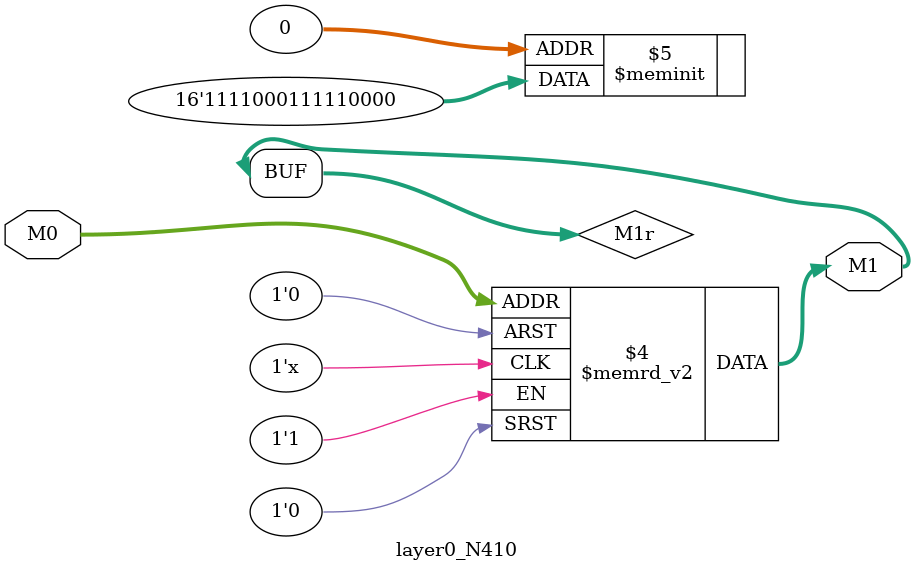
<source format=v>
module layer0_N410 ( input [2:0] M0, output [1:0] M1 );

	(*rom_style = "distributed" *) reg [1:0] M1r;
	assign M1 = M1r;
	always @ (M0) begin
		case (M0)
			3'b000: M1r = 2'b00;
			3'b100: M1r = 2'b01;
			3'b010: M1r = 2'b11;
			3'b110: M1r = 2'b11;
			3'b001: M1r = 2'b00;
			3'b101: M1r = 2'b00;
			3'b011: M1r = 2'b11;
			3'b111: M1r = 2'b11;

		endcase
	end
endmodule

</source>
